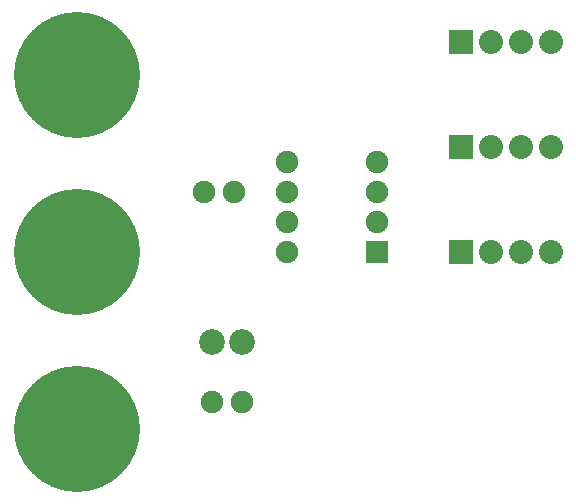
<source format=gts>
G04 (created by PCBNEW-RS274X (2012-apr-16-27)-stable) date sáb 27 may 2017 18:23:09 VET*
G01*
G70*
G90*
%MOIN*%
G04 Gerber Fmt 3.4, Leading zero omitted, Abs format*
%FSLAX34Y34*%
G04 APERTURE LIST*
%ADD10C,0.006000*%
%ADD11C,0.075000*%
%ADD12C,0.086000*%
%ADD13R,0.075000X0.075000*%
%ADD14C,0.420000*%
%ADD15R,0.080000X0.080000*%
%ADD16C,0.080000*%
G04 APERTURE END LIST*
G54D10*
G54D11*
X63750Y-33500D03*
X64750Y-33500D03*
X64000Y-40500D03*
X65000Y-40500D03*
G54D12*
X64000Y-38500D03*
X65000Y-38500D03*
G54D13*
X69500Y-35500D03*
G54D11*
X69500Y-34500D03*
X69500Y-33500D03*
X69500Y-32500D03*
X66500Y-32500D03*
X66500Y-33500D03*
X66500Y-34500D03*
X66500Y-35500D03*
G54D14*
X59500Y-41400D03*
X59500Y-29600D03*
X59500Y-35500D03*
G54D15*
X72300Y-32000D03*
G54D16*
X73300Y-32000D03*
X74300Y-32000D03*
X75300Y-32000D03*
G54D15*
X72300Y-28500D03*
G54D16*
X73300Y-28500D03*
X74300Y-28500D03*
X75300Y-28500D03*
G54D15*
X72300Y-35500D03*
G54D16*
X73300Y-35500D03*
X74300Y-35500D03*
X75300Y-35500D03*
M02*

</source>
